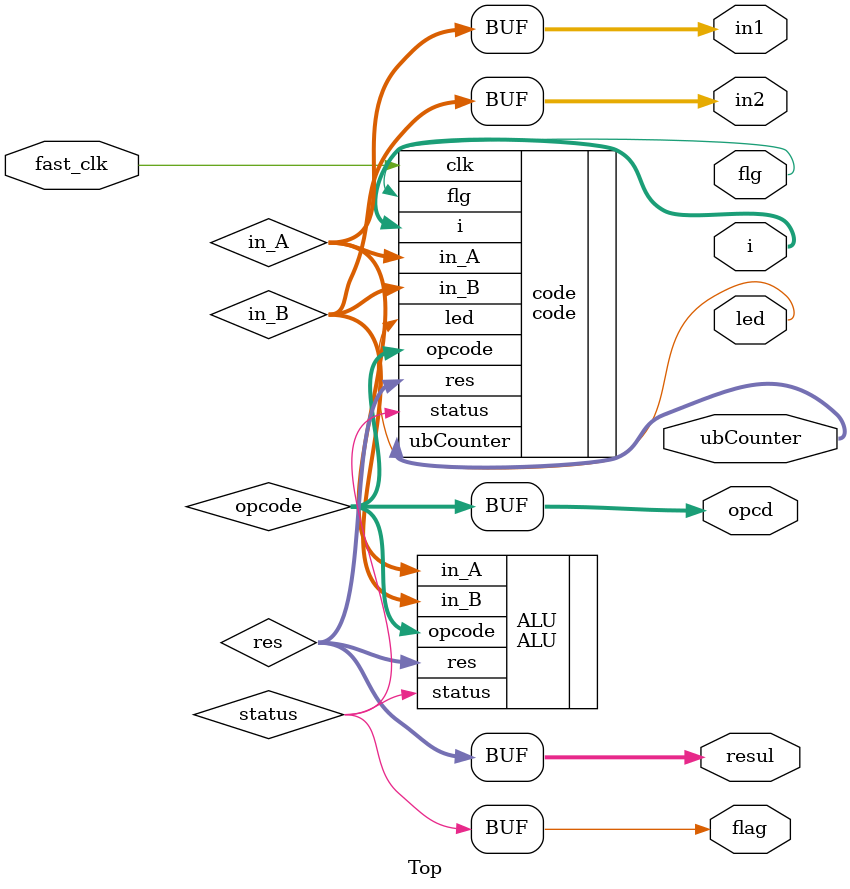
<source format=v>
module Top (
input fast_clk,
output led, flag, flg,
output [1:0] ubCounter,
output [1:0] in1, in2, resul,
output [2:0] i,
output [4:0] opcd
);
wire [1:0] in_A, in_B, res;
wire [4:0] opcode;
wire status;
ALU ALU(
	.in_A (in_A),
	.in_B (in_B),
	.res (res),
	.status (status),
	.opcode (opcode)
);

code code (
	.res (res),
	.status (status),
	.clk (fast_clk),
	.in_A (in_A),
	.in_B (in_B),
	.opcode (opcode),
	.led (led),
	.ubCounter (ubCounter),
	.i (i),
	.flg (flg)
);

assign flag = status;
assign in1 = in_A;
assign in2 = in_B;
assign opcd = opcode;
assign resul = res;

endmodule

</source>
